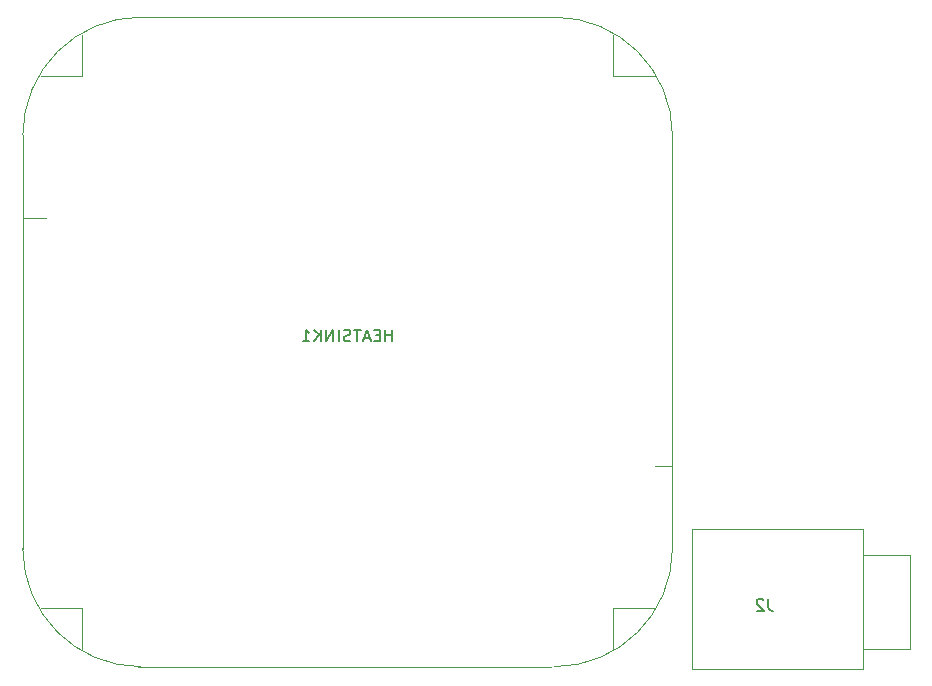
<source format=gbr>
G04 #@! TF.GenerationSoftware,KiCad,Pcbnew,(5.0.0)*
G04 #@! TF.CreationDate,2019-12-04T17:10:26-05:00*
G04 #@! TF.ProjectId,Audio Amp,417564696F20416D702E6B696361645F,rev?*
G04 #@! TF.SameCoordinates,Original*
G04 #@! TF.FileFunction,Legend,Bot*
G04 #@! TF.FilePolarity,Positive*
%FSLAX46Y46*%
G04 Gerber Fmt 4.6, Leading zero omitted, Abs format (unit mm)*
G04 Created by KiCad (PCBNEW (5.0.0)) date 12/04/19 17:10:26*
%MOMM*%
%LPD*%
G01*
G04 APERTURE LIST*
%ADD10C,0.100000*%
%ADD11C,0.150000*%
G04 APERTURE END LIST*
D10*
G04 #@! TO.C,HEATSINK1*
X120500000Y-153500000D02*
X124000000Y-153500000D01*
X120500000Y-153500000D02*
X120500000Y-157000000D01*
X75500000Y-153500000D02*
X75500000Y-157000000D01*
X75500000Y-153500000D02*
X72000000Y-153500000D01*
X75500000Y-108500000D02*
X72000000Y-108500000D01*
X75500000Y-108500000D02*
X75500000Y-105000000D01*
X120500000Y-108500000D02*
X124000000Y-108500000D01*
X120500000Y-108500000D02*
X120500000Y-105000000D01*
X125500000Y-141500000D02*
X124000000Y-141500000D01*
X70500000Y-120500000D02*
X72500000Y-120500000D01*
X80500000Y-103500000D02*
X115500000Y-103500000D01*
X70500000Y-148500000D02*
X70500000Y-113500000D01*
X115250000Y-158500000D02*
X80250000Y-158500000D01*
X125500000Y-113500000D02*
X125500000Y-148500000D01*
X70500000Y-148500000D02*
G75*
G03X80500000Y-158500000I10000000J0D01*
G01*
X80500000Y-103500000D02*
G75*
G03X70500000Y-113500000I0J-10000000D01*
G01*
X125500000Y-113500000D02*
G75*
G03X115500000Y-103500000I-10000000J0D01*
G01*
X115500000Y-158500000D02*
G75*
G03X125500000Y-148500000I0J10000000D01*
G01*
G04 #@! TO.C,J2*
X141600000Y-150600000D02*
X141600000Y-154200000D01*
X141600000Y-147800000D02*
X141600000Y-150600000D01*
X131800000Y-146800000D02*
X141600000Y-146800000D01*
X141600000Y-146800000D02*
X141600000Y-147700000D01*
X141600000Y-147700000D02*
X141600000Y-147800000D01*
X136300000Y-158700000D02*
X141400000Y-158700000D01*
X141600000Y-154200000D02*
X141600000Y-158700000D01*
X141600000Y-158700000D02*
X141400000Y-158700000D01*
X127200000Y-157900000D02*
X127200000Y-146800000D01*
X131900000Y-146800000D02*
X127200000Y-146800000D01*
X136300000Y-158700000D02*
X127200000Y-158700000D01*
X127200000Y-158700000D02*
X127200000Y-157900000D01*
X141600000Y-157000000D02*
X145600000Y-157000000D01*
X145600000Y-157000000D02*
X145600000Y-149000000D01*
X145600000Y-149000000D02*
X141600000Y-149000000D01*
G04 #@! TO.C,HEATSINK1*
D11*
X101761904Y-130952380D02*
X101761904Y-129952380D01*
X101761904Y-130428571D02*
X101190476Y-130428571D01*
X101190476Y-130952380D02*
X101190476Y-129952380D01*
X100714285Y-130428571D02*
X100380952Y-130428571D01*
X100238095Y-130952380D02*
X100714285Y-130952380D01*
X100714285Y-129952380D01*
X100238095Y-129952380D01*
X99857142Y-130666666D02*
X99380952Y-130666666D01*
X99952380Y-130952380D02*
X99619047Y-129952380D01*
X99285714Y-130952380D01*
X99095238Y-129952380D02*
X98523809Y-129952380D01*
X98809523Y-130952380D02*
X98809523Y-129952380D01*
X98238095Y-130904761D02*
X98095238Y-130952380D01*
X97857142Y-130952380D01*
X97761904Y-130904761D01*
X97714285Y-130857142D01*
X97666666Y-130761904D01*
X97666666Y-130666666D01*
X97714285Y-130571428D01*
X97761904Y-130523809D01*
X97857142Y-130476190D01*
X98047619Y-130428571D01*
X98142857Y-130380952D01*
X98190476Y-130333333D01*
X98238095Y-130238095D01*
X98238095Y-130142857D01*
X98190476Y-130047619D01*
X98142857Y-130000000D01*
X98047619Y-129952380D01*
X97809523Y-129952380D01*
X97666666Y-130000000D01*
X97238095Y-130952380D02*
X97238095Y-129952380D01*
X96761904Y-130952380D02*
X96761904Y-129952380D01*
X96190476Y-130952380D01*
X96190476Y-129952380D01*
X95714285Y-130952380D02*
X95714285Y-129952380D01*
X95142857Y-130952380D02*
X95571428Y-130380952D01*
X95142857Y-129952380D02*
X95714285Y-130523809D01*
X94190476Y-130952380D02*
X94761904Y-130952380D01*
X94476190Y-130952380D02*
X94476190Y-129952380D01*
X94571428Y-130095238D01*
X94666666Y-130190476D01*
X94761904Y-130238095D01*
G04 #@! TO.C,J2*
X133633333Y-152752380D02*
X133633333Y-153466666D01*
X133680952Y-153609523D01*
X133776190Y-153704761D01*
X133919047Y-153752380D01*
X134014285Y-153752380D01*
X133204761Y-152847619D02*
X133157142Y-152800000D01*
X133061904Y-152752380D01*
X132823809Y-152752380D01*
X132728571Y-152800000D01*
X132680952Y-152847619D01*
X132633333Y-152942857D01*
X132633333Y-153038095D01*
X132680952Y-153180952D01*
X133252380Y-153752380D01*
X132633333Y-153752380D01*
G04 #@! TD*
M02*

</source>
